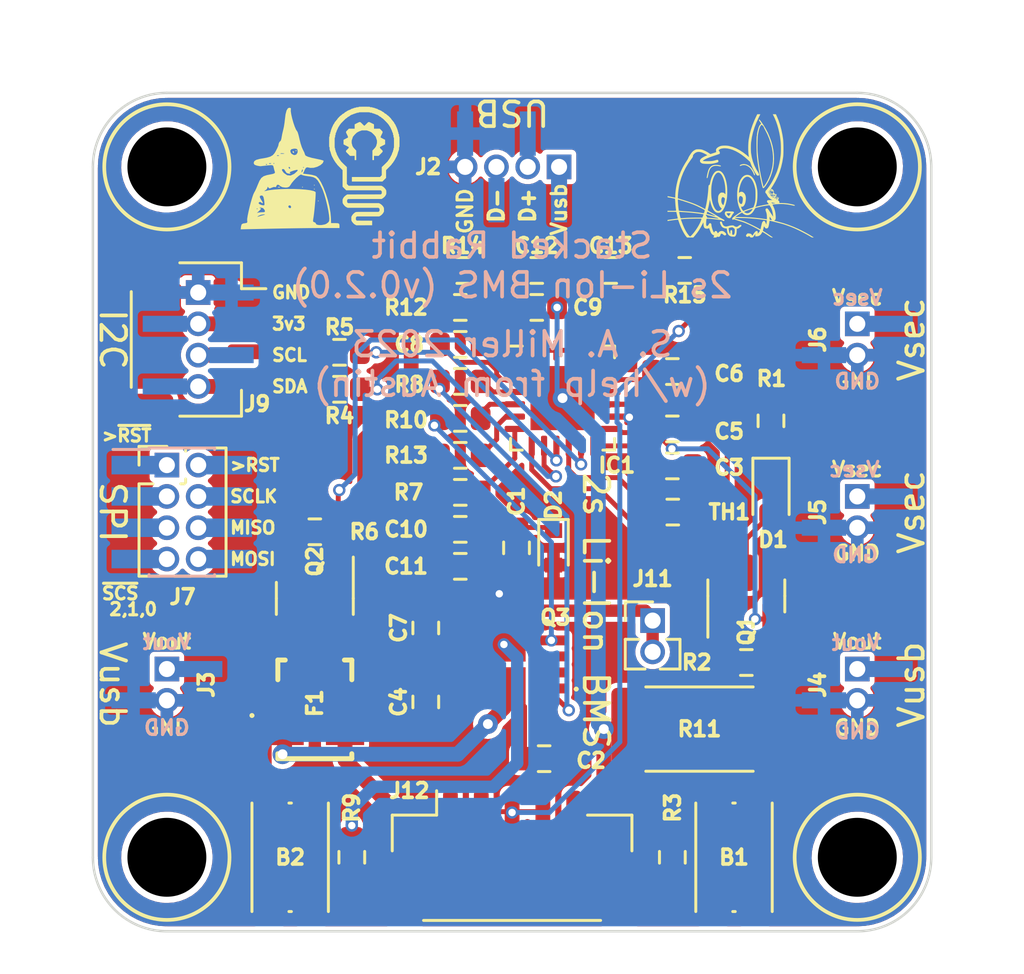
<source format=kicad_pcb>
(kicad_pcb (version 20211014) (generator pcbnew)
  (title_block (title "2s Li-Ion BMS") (rev "0.2.0") (company "The Nerd Mage / Austins Creations"))
  (layers (0 "F.Cu" signal) (31 "B.Cu" signal) (34 "B.Paste" user) (35 "F.Paste" user) (36 "B.SilkS" user "B.Silkscreen") (37 "F.SilkS" user "F.Silkscreen") (38 "B.Mask" user) (39 "F.Mask" user) (44 "Edge.Cuts" user))
  (net 0 "")
  (net 1 "UD+")
  (net 2 "UD-")
  (net 3 "GND")
  (net 8 "SDA")
  (net 9 "SCL")
  (net 10 "RESET")
  (net 11 "~{RESET}")
  (net 12 "~{SCS}2")
  (net 13 "SCLK")
  (net 14 "~{SCS}1")
  (net 15 "MISO")
  (net 16 "Vcc?")
  (net 17 "~{SCS}0")
  (net 18 "MOSI")
  (net 19 "Vusb")
  (net 20 "Net-(C10-Pad2)")
  (net 21 "/vbatt_fused")
  (net 22 "Net-(B2-Pad2)")
  (net 23 "VBUS")
  (net 24 "+BATT")
  (net 25 "Net-(D1-Pad1)")
  (net 26 "GNDREF")
  (net 27 "Net-(C4-Pad2)")
  (net 28 "+3.3VA")
  (net 29 "Net-(C2-Pad2)")
  (net 30 "/reg2")
  (net 36 "Net-(D1-Pad2)")
  (net 37 "Net-(Q3-Pad4)")
  (net 38 "cell3")
  (net 39 "Net-(F1-Pad2)")
  (net 40 "/pckp")
  (net 41 "/in")
  (net 42 "/cp")
  (net 43 "/chg")
  (net 44 "/dis")
  (net 45 "/zvc")
  (net 46 "/aoldo")
  (net 47 "/alrt_")
  (net 48 "/scl_")
  (net 49 "/sda_")
  (net 50 "/th1")
  (net 51 "/pfail")
  (net 52 "/alrt")
  (net 53 "batts")
  (net 54 "cell")
  (footprint "Tinker:Mount" (layer "F.Cu") (at 114 114)
    (fp_text reference "REF**" hide)
    (fp_text value "Mount" hide)
  )
  (footprint "Resistor_SMD:R_0603_1608Metric" (layer "F.Cu") (at 110.5 96.3 90)
    (fp_text reference "R1")
    (fp_text value "10k")
  )
  (footprint "Resistor_SMD:R_0603_1608Metric" (layer "F.Cu") (at 106.5 114 90)
    (fp_text reference "R3")
    (fp_text value "150r")
  )
  (footprint "Resistor_SMD:R_0603_1608Metric" (layer "F.Cu") (at 97.9 91.7)
    (fp_text reference "R12")
    (fp_text value "10r")
  )
  (footprint "Resistor_SMD:R_0603_1608Metric" (layer "F.Cu") (at 97.9 93.2 180)
    (fp_text reference "C8")
    (fp_text value "470nF")
  )
  (footprint "Tinker:QWIIC_Stack_II" (layer "F.Cu") (at 87.27 93 -90)
    (fp_text reference "J9")
    (fp_text value "QWIIC_Stack_II")
  )
  (footprint "Resistor_SMD:R_0603_1608Metric" (layer "F.Cu") (at 101 90.2)
    (fp_text reference "C12")
    (fp_text value "10nF")
  )
  (footprint "Resistor_SMD:R_0603_1608Metric" (layer "F.Cu") (at 106.517549 100)
    (fp_text reference "TH1")
    (fp_text value "Thermistor_NTC")
  )
  (footprint "Resistor_SMD:R_0603_1608Metric" (layer "F.Cu") (at 96.5 104.7 90)
    (fp_text reference "C7")
    (fp_text value "100nF")
  )
  (footprint "Resistor_SMD:R_2512_6332Metric" (layer "F.Cu") (at 107.6 108.8)
    (fp_text reference "R11")
    (fp_text value "5mR")
  )
  (footprint "Tinker:PinHeader_2x04_P1.27mm_Vertical" (layer "F.Cu") (at 86 98.095)
    (fp_text reference "J7")
    (fp_text value "Conn_01x08_Male" hide)
  )
  (footprint "Resistor_SMD:R_0603_1608Metric" (layer "F.Cu") (at 97.9 100.7)
    (fp_text reference "C10")
    (fp_text value "100nF")
  )
  (footprint "Connector_JST:JST_GH_SM05B-GHS-TB_1x05-1MP_P1.25mm_Horizontal" (layer "F.Cu") (at 100 114)
    (fp_text reference "J12")
    (fp_text value "Conn_01x05_MountingPin")
  )
  (footprint "Tinker:Mount" (layer "F.Cu") (at 86 114)
    (fp_text reference "REF**" hide)
    (fp_text value "Mount" hide)
  )
  (footprint "Tinker:DagNabbit" (layer "F.Cu") (at 109 87)
    (fp_text reference "REF**" hide)
    (fp_text value "DagNabbit" hide)
  )
  (footprint "Resistor_SMD:R_0603_1608Metric" (layer "F.Cu") (at 93 95.02)
    (fp_text reference "R4")
    (fp_text value "150r")
  )
  (footprint "Resistor_SMD:R_0603_1608Metric" (layer "F.Cu") (at 93 93.52 180)
    (fp_text reference "R5")
    (fp_text value "150r")
  )
  (footprint "Diode_SMD:D_SOD-523" (layer "F.Cu") (at 101.680183 101.450511 -90)
    (fp_text reference "D2")
    (fp_text value "RB520SM-30T2R")
  )
  (footprint "Tinker:SISF06DNT1GE3" (layer "F.Cu") (at 100.251744 106.178521 180)
    (fp_text reference "Q3")
    (fp_text value "SiSF06DN" hide)
  )
  (footprint "Package_TO_SOT_SMD:SOT-23" (layer "F.Cu") (at 92 103.5 -90)
    (fp_text reference "Q2")
    (fp_text value "AO3400")
  )
  (footprint "Tinker:Board_Stacker_2" (layer "F.Cu") (at 114 106.365)
    (fp_text reference "J4")
    (fp_text value "Conn_01x02_Male")
  )
  (footprint "Tinker:Mount" (layer "F.Cu") (at 114 86)
    (fp_text reference "REF**" hide)
    (fp_text value "Mount" hide)
  )
  (footprint "Resistor_SMD:R_0603_1608Metric" (layer "F.Cu") (at 109.5 106.1 180)
    (fp_text reference "R2")
    (fp_text value "10k")
  )
  (footprint "Resistor_SMD:R_0603_1608Metric" (layer "F.Cu") (at 97.9 96.2 180)
    (fp_text reference "R10")
    (fp_text value "100r")
  )
  (footprint "Resistor_SMD:R_0603_1608Metric" (layer "F.Cu") (at 106.5 94.3)
    (fp_text reference "C6")
    (fp_text value "470nF")
  )
  (footprint "LED_SMD:LED_0603_1608Metric" (layer "F.Cu") (at 110.5 99.3 -90)
    (fp_text reference "D1")
    (fp_text value "red")
  )
  (footprint "Package_TO_SOT_SMD:SOT-23" (layer "F.Cu") (at 109.5 103.4 90)
    (fp_text reference "Q1")
    (fp_text value "AO3401A")
  )
  (footprint "Tinker:Board_Stacker_4" (layer "F.Cu") (at 101.905 86 -90)
    (fp_text reference "J2")
    (fp_text value "Conn_01x04_Male")
  )
  (footprint "Resistor_SMD:R_0603_1608Metric" (layer "F.Cu") (at 107 90.2)
    (fp_text reference "R15")
    (fp_text value "49.9r")
  )
  (footprint "Tinker:Board_Stacker_2" (layer "F.Cu") (at 86 106.365)
    (fp_text reference "J3")
    (fp_text value "Conn_01x02_Male")
  )
  (footprint "Resistor_SMD:R_0603_1608Metric" (layer "F.Cu") (at 92 100.8 180)
    (fp_text reference "R6")
    (fp_text value "10k")
  )
  (footprint "Resistor_SMD:R_0603_1608Metric" (layer "F.Cu") (at 106.5 96.627756)
    (fp_text reference "C5")
    (fp_text value "470nF")
  )
  (footprint "Tinker:SW_Push_TS273014TP" (layer "F.Cu") (at 91 114 90)
    (fp_text reference "B2")
    (fp_text value "button" hide)
  )
  (footprint "Resistor_SMD:R_0603_1608Metric" (layer "F.Cu") (at 97.9 94.7 180)
    (fp_text reference "R8")
    (fp_text value "100r")
  )
  (footprint "Tinker:Board_Stacker_2" (layer "F.Cu") (at 114 92.365)
    (fp_text reference "J6")
    (fp_text value "Conn_01x02_Male")
  )
  (footprint "Resistor_SMD:R_0603_1608Metric" (layer "F.Cu") (at 104 90.2)
    (fp_text reference "C13")
    (fp_text value "10nF")
  )
  (footprint "Resistor_SMD:R_0603_1608Metric" (layer "F.Cu") (at 106.5 98.127756)
    (fp_text reference "C3")
    (fp_text value "470nF")
  )
  (footprint "Resistor_SMD:R_0603_1608Metric" (layer "F.Cu") (at 97.9 102.2 180)
    (fp_text reference "C11")
    (fp_text value "100nF")
  )
  (footprint "Tinker:Board_Stacker_2" (layer "F.Cu") (at 114 99.365)
    (fp_text reference "J5")
    (fp_text value "Conn_01x02_Male")
  )
  (footprint "Tinker:Mount" (layer "F.Cu") (at 86 86)
    (fp_text reference "REF**" hide)
    (fp_text value "Mount" hide)
  )
  (footprint "Tinker:NerdMage" (layer "F.Cu") (at 91 86)
    (fp_text reference "G***" hide)
    (fp_text value "LOGO" hide)
  )
  (footprint "Tinker:SW_Push_TS273014TP" (layer "F.Cu") (at 109 114 90)
    (fp_text reference "B1")
    (fp_text value "button" hide)
  )
  (footprint "Tinker:AC_Logo" (layer "F.Cu") (at 94 86)
    (fp_text reference "G***" hide)
    (fp_text value "LOGO" hide)
  )
  (footprint "Resistor_SMD:R_0603_1608Metric" (layer "F.Cu") (at 96.5 107.7 90)
    (fp_text reference "C4")
    (fp_text value "100nF")
  )
  (footprint "Resistor_SMD:R_0603_1608Metric" (layer "F.Cu") (at 101.3 110)
    (fp_text reference "C2")
    (fp_text value "100nF")
  )
  (footprint "Resistor_SMD:R_0603_1608Metric" (layer "F.Cu") (at 97.9 99.2)
    (fp_text reference "R7")
    (fp_text value "1k")
  )
  (footprint "Resistor_SMD:R_0603_1608Metric" (layer "F.Cu") (at 100.180183 101.450511 90)
    (fp_text reference "C1")
    (fp_text value "10nF")
  )
  (footprint "Package_DFN_QFN:QFN-24-1EP_4x4mm_P0.5mm_EP2.6x2.6mm" (layer "F.Cu") (at 102.047361 95.377756)
    (fp_text reference "IC1")
    (fp_text value "MAX17320")
  )
  (footprint "Resistor_SMD:R_0603_1608Metric" (layer "F.Cu") (at 93.5 114 -90)
    (fp_text reference "R9")
    (fp_text value "1k")
  )
  (footprint "Resistor_SMD:R_0603_1608Metric" (layer "F.Cu") (at 101 91.7)
    (fp_text reference "C9")
    (fp_text value "100nF")
  )
  (footprint "Resistor_SMD:R_0603_1608Metric" (layer "F.Cu") (at 97.9 97.7 180)
    (fp_text reference "R13")
    (fp_text value "1k")
  )
  (footprint "Resistor_SMD:R_0603_1608Metric" (layer "F.Cu") (at 98 90.2)
    (fp_text reference "R14")
    (fp_text value "49.9r")
  )
  (footprint "Connector_PinHeader_1.27mm:PinHeader_1x02_P1.27mm_Vertical" (layer "F.Cu") (at 105.7 104.4)
    (fp_text reference "J11")
    (fp_text value "Conn_01x02")
  )
  (footprint "Tinker:SCF40301204" (layer "F.Cu") (at 92 108 -90)
    (fp_text reference "F1")
    (fp_text value "SCF4030" hide)
  )
  (gr_line (start 117 86) (end 117 114) (layer "Edge.Cuts") (width 0.1))
  (gr_arc (start 86 117) (mid 83.87868 116.12132) (end 83 114) (layer "Edge.Cuts") (width 0.1))
  (gr_arc (start 83 86) (mid 83.87868 83.87868) (end 86 83) (layer "Edge.Cuts") (width 0.1))
  (gr_line (start 86 83) (end 114 83) (layer "Edge.Cuts") (width 0.1))
  (gr_line (start 83 114) (end 83 86) (layer "Edge.Cuts") (width 0.1))
  (gr_arc (start 114 83) (mid 116.12132 83.87868) (end 117 86) (layer "Edge.Cuts") (width 0.1))
  (gr_line (start 86 117) (end 114 117) (layer "Edge.Cuts") (width 0.1))
  (gr_arc (start 117 114) (mid 116.12132 116.12132) (end 114 117) (layer "Edge.Cuts") (width 0.1))
  (gr_text "Stacked Rabbit\n${TITLE} (v${REVISION})" (at 100 90) (layer "B.SilkS") (effects (font (size 1 1)) (justify mirror)))
  (gr_text "GND" (at 113.911636 101.744492) (layer "B.SilkS") (effects (font (size 0.6 0.6) (thickness 0.125)) (justify mirror)))
  (gr_text "GND" (at 85.995908 108.747728) (layer "B.SilkS") (effects (font (size 0.6 0.6) (thickness 0.125)) (justify mirror)))
  (gr_text "Vout" (at 113.950572 105.303488) (layer "B.SilkS") (effects (font (size 0.6 0.6) (thickness 0.125)) (justify mirror)))
  (gr_text "GND" (at 114 94.7) (layer "B.SilkS") (effects (font (size 0.6 0.6) (thickness 0.125)) (justify mirror)))
  (gr_text "Vsec" (at 113.872799 98.268635) (layer "B.SilkS") (effects (font (size 0.6 0.6) (thickness 0.125)) (justify mirror)))
  (gr_text "Vsec" (at 114 91.3) (layer "B.SilkS") (effects (font (size 0.6 0.6) (thickness 0.125)) (justify mirror)))
  (gr_text "GND" (at 113.997176 108.89197) (layer "B.SilkS") (effects (font (size 0.6 0.6) (thickness 0.125)) (justify mirror)))
  (gr_text "S. A. Miller 2023\n(w/help from Austin)" (at 100 94) (layer "B.SilkS") (effects (font (size 1 1)) (justify mirror)))
  (gr_text "Vout" (at 86.009393 105.268635) (layer "B.SilkS") (effects (font (size 0.6 0.6) (thickness 0.125)) (justify mirror)))
  (gr_text "SDA" (at 90.2 94.905) (layer "F.SilkS") (effects (font (size 0.5 0.5) (thickness 0.125)) (justify left)))
  (gr_text "Vsec" (at 116.2 100 90) (layer "F.SilkS") (effects (font (size 1 1))))
  (gr_text "2,1,0" (at 83.6 103.94) (layer "F.SilkS") (effects (font (size 0.5 0.5) (thickness 0.125)) (justify left)))
  (gr_text "3v3" (at 90.2 92.365) (layer "F.SilkS") (effects (font (size 0.5 0.5) (thickness 0.125)) (justify left)))
  (gr_text "Vout" (at 114 105.245) (layer "F.SilkS") (effects (font (size 0.6 0.6) (thickness 0.125))))
  (gr_text "~{SCS}" (at 83.3 103.3) (layer "F.SilkS") (effects (font (size 0.5 0.5) (thickness 0.125)) (justify left)))
  (gr_text "GND" (at 114 94.7) (layer "F.SilkS") (effects (font (size 0.6 0.6) (thickness 0.125))))
  (gr_text "GND" (at 90.2 91.095) (layer "F.SilkS") (effects (font (size 0.5 0.5) (thickness 0.125)) (justify left)))
  (gr_text "D-" (at 99.365 86.8 90) (layer "F.SilkS") (effects (font (size 0.6 0.6)) (justify right)))
  (gr_text ">~{RST}" (at 83.3 96.9) (layer "F.SilkS") (effects (font (size 0.5 0.5) (thickness 0.125)) (justify left)))
  (gr_text "D+" (at 100.635 86.8 90) (layer "F.SilkS") (effects (font (size 0.6 0.6)) (justify right)))
  (gr_text "GND" (at 114 101.665) (layer "F.SilkS") (effects (font (size 0.6 0.6) (thickness 0.125))))
  (gr_text "Vsec" (at 116.2 93 90) (layer "F.SilkS") (effects (font (size 1 1))))
  (gr_text "USB" (at 100 83.8 180) (layer "F.SilkS") (effects (font (size 1 1))))
  (gr_text "SCLK" (at 88.5 99.365) (layer "F.SilkS") (effects (font (size 0.5 0.5) (thickness 0.125)) (justify left)))
  (gr_text ">RST" (at 88.5 98.095) (layer "F.SilkS") (effects (font (size 0.5 0.5) (thickness 0.125)) (justify left)))
  (gr_text "SPI" (at 83.8 100 -90) (layer "F.SilkS") (effects (font (size 1 1))))
  (gr_text "Vusb" (at 116.2 107 90) (layer "F.SilkS") (effects (font (size 1 1))))
  (gr_text "GND" (at 98.095 86.8 90) (layer "F.SilkS") (effects (font (size 0.6 0.6) (thickness 0.125)) (justify right)))
  (gr_text "SCL" (at 90.2 93.635) (layer "F.SilkS") (effects (font (size 0.5 0.5) (thickness 0.125)) (justify left)))
  (gr_text "GND" (at 114 108.745) (layer "F.SilkS") (effects (font (size 0.6 0.6) (thickness 0.125))))
  (gr_text "I2C" (at 83.8 93 -90) (layer "F.SilkS") (effects (font (size 1 1))))
  (gr_text "MISO" (at 88.5 100.635) (layer "F.SilkS") (effects (font (size 0.5 0.5) (thickness 0.125)) (justify left)))
  (gr_text "MOSI" (at 88.5 101.905) (layer "F.SilkS") (effects (font (size 0.5 0.5) (thickness 0.125)) (justify left)))
  (gr_text "GND" (at 86 108.745) (layer "F.SilkS") (effects (font (size 0.6 0.6) (thickness 0.125))))
  (gr_text "Vusb" (at 101.905 86.6 90) (layer "F.SilkS") (effects (font (size 0.6 0.6) (thickness 0.125)) (justify right)))
  (gr_text "${TITLE}" (at 103.4 104 270) (layer "F.SilkS") (effects (font (size 1 1))))
  (gr_text "Vusb" (at 83.8 107 -90) (layer "F.SilkS") (effects (font (size 1 1))))
  (gr_text "Vsec" (at 114 98.265) (layer "F.SilkS") (effects (font (size 0.6 0.6) (thickness 0.125))))
  (gr_text "Vout" (at 86 105.245) (layer "F.SilkS") (effects (font (size 0.6 0.6) (thickness 0.125))))
  (gr_text "Vsec" (at 114 91.3) (layer "F.SilkS") (effects (font (size 0.6 0.6) (thickness 0.125))))
  (via (at 104.755369 96.153423) (size 0.5) (drill 0.3) (layers "F.Cu" "B.Cu") (net 3))
  (via (at 99.481009 103.313554) (size 0.5) (drill 0.3) (layers "F.Cu" "B.Cu") (net 3))
  (segment (start 92.06 93.635) (end 92.175 93.52) (width 0.2) (layer "F.Cu") (net 8))
  (segment (start 87.27 93.635) (end 92.06 93.635) (width 0.2) (layer "F.Cu") (net 8))
  (segment (start 92.06 94.905) (end 92.175 95.02) (width 0.2) (layer "F.Cu") (net 9))
  (segment (start 87.27 94.905) (end 92.06 94.905) (width 0.2) (layer "F.Cu") (net 9))
  (segment (start 98.725 100.7) (end 98.725 102.2) (width 0.2) (layer "F.Cu") (net 20))
  (segment (start 96.5 108.525) (end 98.036479 106.988521) (width 0.2) (layer "F.Cu") (net 21))
  (segment (start 90.15 115.85) (end 90.15 112.15) (width 0.2) (layer "F.Cu") (net 21))
  (segment (start 99.668744 107.946821) (end 99.668744 106.988521) (width 0.6) (layer "F.Cu") (net 21))
  (segment (start 90.690198 109.820778) (end 90.775 109.735976) (width 0.6) (layer "F.Cu") (net 21))
  (segment (start 100.505744 107.890521) (end 100.505744 110.013618) (width 0.2) (layer "F.Cu") (net 21))
  (segment (start 90.775 109.735976) (end 90.775 108.25) (width 0.6) (layer "F.Cu") (net 21))
  (segment (start 90.15 112.15) (end 90.15 108.875) (width 0.2) (layer "F.Cu") (net 21))
  (segment (start 98.036479 106.988521) (end 99.668744 106.988521) (width 0.2) (layer "F.Cu") (net 21))
  (segment (start 100.398744 107.783521) (end 100.505744 107.890521) (width 0.2) (layer "F.Cu") (net 21))
  (segment (start 99.019244 108.596321) (end 99.668744 107.946821) (width 0.6) (layer "F.Cu") (net 21))
  (segment (start 90.15 108.875) (end 90.775 108.25) (width 0.2) (layer "F.Cu") (net 21))
  (via (at 90.690198 109.820778) (size 0.8) (drill 0.4) (layers "F.Cu" "B.Cu") (net 21))
  (via (at 99.019244 108.596321) (size 0.8) (drill 0.4) (layers "F.Cu" "B.Cu") (net 21))
  (segment (start 99.019244 108.596321) (end 97.794787 109.820778) (width 0.6) (layer "B.Cu") (net 21))
  (segment (start 97.794787 109.820778) (end 90.690198 109.820778) (width 0.6) (layer "B.Cu") (net 21))
  (segment (start 91.85 112.15) (end 91.85 115.85) (width 0.2) (layer "F.Cu") (net 22))
  (segment (start 92.475 115.85) (end 91.85 115.85) (width 0.2) (layer "F.Cu") (net 22))
  (segment (start 93.5 114.825) (end 92.475 115.85) (width 0.2) (layer "F.Cu") (net 22))
  (segment (start 105.7 104.3) (end 105.7 105.57) (width 0.5) (layer "F.Cu") (net 23))
  (segment (start 100.202177 104) (end 105.4 104) (width 0.5) (layer "F.Cu") (net 23))
  (segment (start 99.668744 104.533433) (end 100.202177 104) (width 0.5) (layer "F.Cu") (net 23))
  (segment (start 96.5 103.875) (end 95.699884 103.074884) (width 0.5) (layer "F.Cu") (net 23))
  (segment (start 95.699884 103.074884) (end 95.699884 101.561723) (width 0.5) (layer "F.Cu") (net 23))
  (segment (start 96.5 103.875) (end 97.993521 105.368521) (width 0.5) (layer "F.Cu") (net 23))
  (segment (start 97.075 99.2) (end 97.075 100.7) (width 0.5) (layer "F.Cu") (net 23))
  (segment (start 105.4 104) (end 105.7 104.3) (width 0.5) (layer "F.Cu") (net 23))
  (segment (start 97.993521 105.368521) (end 99.668744 105.368521) (width 0.5) (layer "F.Cu") (net 23))
  (segment (start 96.561607 100.7) (end 97.075 100.7) (width 0.5) (layer "F.Cu") (net 23))
  (segment (start 95.699884 101.561723) (end 96.561607 100.7) (width 0.5) (layer "F.Cu") (net 23))
  (segment (start 99.668744 105.368521) (end 99.668744 104.533433) (width 0.5) (layer "F.Cu") (net 23))
  (segment (start 97.075 97.7) (end 97.075 99.2) (width 0.5) (layer "F.Cu") (net 23))
  (via (at 93.5 112.712474) (size 0.5) (drill 0.3) (layers "F.Cu" "B.Cu") (net 23))
  (via (at 99.668744 105.368521) (size 0.5) (drill 0.3) (layers "F.Cu" "B.Cu") (net 23))
  (segment (start 93.5 112.03102) (end 93.5 112.712474) (width 0.5) (layer "B.Cu") (net 23))
  (segment (start 99.668744 105.369616) (end 100.206957 105.907829) (width 0.5) (layer "B.Cu") (net 23))
  (segment (start 99.668744 105.368521) (end 99.668744 105.369616) (width 0.5) (layer "B.Cu") (net 23))
  (segment (start 99.244576 111.140443) (end 94.390577 111.140443) (width 0.5) (layer "B.Cu") (net 23))
  (segment (start 94.390577 111.140443) (end 93.5 112.03102) (width 0.5) (layer "B.Cu") (net 23))
  (segment (start 100.206957 105.907829) (end 100.206957 110.178062) (width 0.5) (layer "B.Cu") (net 23))
  (segment (start 100.206957 110.178062) (end 99.244576 111.140443) (width 0.5) (layer "B.Cu") (net 23))
  (segment (start 97.075 91.7) (end 97.075 90.3) (width 0.6) (layer "F.Cu") (net 24))
  (segment (start 96.636838 91.7) (end 97.075 91.7) (width 0.6) (layer "F.Cu") (net 24))
  (segment (start 95.314818 112.15) (end 93.225 110.060182) (width 0.6) (layer "F.Cu") (net 24))
  (segment (start 94.023184 97.033609) (end 95.907616 95.149177) (width 0.6) (layer "F.Cu") (net 24))
  (segment (start 95.907616 92.429222) (end 96.636838 91.7) (width 0.6) (layer "F.Cu") (net 24))
  (segment (start 95.907616 95.149177) (end 95.907616 92.429222) (width 0.6) (layer "F.Cu") (net 24))
  (segment (start 97.075 90.3) (end 97.175 90.2) (width 0.6) (layer "F.Cu") (net 24))
  (segment (start 93.225 108.25) (end 94.023184 107.451816) (width 0.6) (layer "F.Cu") (net 24))
  (segment (start 97.5 112.15) (end 95.314818 112.15) (width 0.6) (layer "F.Cu") (net 24))
  (segment (start 94.023184 107.451816) (end 94.023184 97.033609) (width 0.6) (layer "F.Cu") (net 24))
  (segment (start 93.225 108.25) (end 93.225 110.060182) (width 0.6) (layer "F.Cu") (net 24))
  (segment (start 110.5 98.5125) (end 110.5 97.125) (width 0.2) (layer "F.Cu") (net 25))
  (segment (start 107.325 96.627756) (end 106.325 95.627756) (width 0.2) (layer "F.Cu") (net 26))
  (segment (start 103.937913 95.674704) (end 103.984861 95.627756) (width 0.2) (layer "F.Cu") (net 26))
  (segment (start 105.997244 95.627756) (end 107.325 94.3) (width 0.2) (layer "F.Cu") (net 26))
  (segment (start 107.946717 96.627756) (end 107.325 96.627756) (width 0.2) (layer "F.Cu") (net 26))
  (segment (start 103.72 108.8) (end 103.72 110.93) (width 0.6) (layer "F.Cu") (net 26))
  (segment (start 107.342549 100) (end 107.869671 100) (width 0.2) (layer "F.Cu") (net 26))
  (segment (start 104.825 90.898691) (end 102.797361 92.92633) (width 0.2) (layer "F.Cu") (net 26))
  (segment (start 103.72 108.8) (end 104.6375 108.8) (width 0.6) (layer "F.Cu") (net 26))
  (segment (start 102.797361 94.627756) (end 102.047361 95.377756) (width 0.2) (layer "F.Cu") (net 26))
  (segment (start 108.725095 99.144576) (end 108.725095 97.406134) (width 0.2) (layer "F.Cu") (net 26))
  (segment (start 106.325 95.627756) (end 105.260545 95.627756) (width 0.2) (layer "F.Cu") (net 26))
  (segment (start 102.797361 93.440256) (end 102.797361 94.627756) (width 0.2) (layer "F.Cu") (net 26))
  (segment (start 105.725846 95.627756) (end 106.325 95.627756) (width 0.2) (layer "F.Cu") (net 26))
  (segment (start 103.984861 95.627756) (end 105.997244 95.627756) (width 0.2) (layer "F.Cu") (net 26))
  (segment (start 108.725095 97.406134) (end 107.946717 96.627756) (width 0.2) (layer "F.Cu") (net 26))
  (segment (start 103.72 110.93) (end 102.5 112.15) (width 0.6) (layer "F.Cu") (net 26))
  (segment (start 102.79118 95.377756) (end 103.088128 95.674704) (width 0.2) (layer "F.Cu") (net 26))
  (segment (start 107.869671 100) (end 108.725095 99.144576) (width 0.2) (layer "F.Cu") (net 26))
  (segment (start 103.088128 95.674704) (end 103.937913 95.674704) (width 0.2) (layer "F.Cu") (net 26))
  (segment (start 105.260545 95.627756) (end 105.725846 95.627756) (width 0.2) (layer "F.Cu") (net 26))
  (segment (start 102.797361 93.440256) (end 102.797361 92.92633) (width 0.2) (layer "F.Cu") (net 26))
  (segment (start 104.825 90.2) (end 104.825 90.898691) (width 0.2) (layer "F.Cu") (net 26))
  (segment (start 102.047361 95.377756) (end 102.79118 95.377756) (width 0.2) (layer "F.Cu") (net 26))
  (segment (start 103.984861 95.627756) (end 105.260545 95.627756) (width 0.2) (layer "F.Cu") (net 26))
  (via (at 103.72 108.8) (size 0.8) (drill 0.4) (layers "F.Cu" "B.Cu") (net 26))
  (via (at 102.047361 95.377756) (size 0.8) (drill 0.4) (layers "F.Cu" "B.Cu") (net 26))
  (via (at 101.825 91.7) (size 0.5) (drill 0.3) (layers "F.Cu" "B.Cu") (net 26))
  (segment (start 102.047361 95.377756) (end 103.497361 96.827755) (width 0.6) (layer "B.Cu") (net 26))
  (segment (start 103.497361 108.577361) (end 103.72 108.8) (width 0.6) (layer "B.Cu") (net 26))
  (segment (start 101.825 91.7) (end 101.825 95.155395) (width 0.2) (layer "B.Cu") (net 26))
  (segment (start 103.497361 96.827755) (end 103.497361 108.577361) (width 0.6) (layer "B.Cu") (net 26))
  (segment (start 101.825 95.155395) (end 102.047361 95.377756) (width 0.2) (layer "B.Cu") (net 26))
  (segment (start 96.5 105.525) (end 96.5 106.875) (width 0.2) (layer "F.Cu") (net 27))
  (segment (start 104.458971 96.775954) (end 105.526802 96.775954) (width 0.2) (layer "F.Cu") (net 28))
  (segment (start 110.45 104.3375) (end 109.853185 104.3375) (width 0.2) (layer "F.Cu") (net 28))
  (segment (start 103.984861 96.627756) (end 104.310773 96.627756) (width 0.2) (layer "F.Cu") (net 28))
  (segment (start 104.310773 96.627756) (end 104.458971 96.775954) (width 0.2) (layer "F.Cu") (net 28))
  (segment (start 110.325 104.4625) (end 110.45 104.3375) (width 0.2) (layer "F.Cu") (net 28))
  (segment (start 105.526802 96.775954) (end 105.675 96.627756) (width 0.2) (layer "F.Cu") (net 28))
  (segment (start 110.325 106.1) (end 110.325 104.4625) (width 0.2) (layer "F.Cu") (net 28))
  (segment (start 106.482711 97.435467) (end 105.675 96.627756) (width 0.2) (layer "F.Cu") (net 28))
  (via (at 106.482711 97.435467) (size 0.5) (drill 0.3) (layers "F.Cu" "B.Cu") (net 28))
  (via (at 109.853185 104.3375) (size 0.5) (drill 0.3) (layers "F.Cu" "B.Cu") (net 28))
  (segment (start 107.935772 97.435467) (end 106.482711 97.435467) (width 0.2) (layer "B.Cu") (net 28))
  (segment (start 109.853185 99.35288) (end 107.935772 97.435467) (width 0.2) (layer "B.Cu") (net 28))
  (segment (start 109.853185 104.3375) (end 109.853185 99.35288) (width 0.2) (layer "B.Cu") (net 28))
  (segment (start 101.516949 107.076726) (end 101.593744 107.153521) (width 0.2) (layer "F.Cu") (net 29))
  (segment (start 102.155744 110.013618) (end 101.342 109.199874) (width 0.2) (layer "F.Cu") (net 29))
  (segment (start 101.342 107.076726) (end 101.516949 107.076726) (width 0.2) (layer "F.Cu") (net 29))
  (segment (start 102.300129 108.034855) (end 101.342 107.076726) (width 0.2) (layer "F.Cu") (net 29))
  (segment (start 101.342 109.199874) (end 101.342 107.076726) (width 0.2) (layer "F.Cu") (net 29))
  (via (at 97.050775 95.007013) (size 0.5) (drill 0.3) (layers "F.Cu" "B.Cu") (net 29))
  (via (at 102.300129 108.034855) (size 0.5) (drill 0.3) (layers "F.Cu" "B.Cu") (net 29))
  (segment (start 102.223488 100.179727) (end 97.050775 95.007013) (width 0.2) (layer "B.Cu") (net 29))
  (segment (start 102.223488 107.958214) (end 102.223488 100.179727) (width 0.2) (layer "B.Cu") (net 29))
  (segment (start 102.300129 108.034855) (end 102.223488 107.958214) (width 0.2) (layer "B.Cu") (net 29))
  (segment (start 105.347244 94.627756) (end 105.675 94.3) (width 0.2) (layer "F.Cu") (net 30))
  (segment (start 103.984861 94.627756) (end 105.347244 94.627756) (width 0.2) (layer "F.Cu") (net 30))
  (segment (start 109.5 101.0875) (end 110.5 100.0875) (width 0.2) (layer "F.Cu") (net 36))
  (segment (start 109.5 102.4625) (end 109.5 101.0875) (width 0.2) (layer "F.Cu") (net 36))
  (via (at 101.593744 105.203521) (size 0.5) (drill 0.3) (layers "F.Cu" "B.Cu") (net 37))
  (via (at 96.848683 96.482284) (size 0.5) (drill 0.3) (layers "F.Cu" "B.Cu") (net 37))
  (segment (start 101.593744 105.203521) (end 101.593744 101.227345) (width 0.2) (layer "B.Cu") (net 37))
  (segment (start 101.593744 101.227345) (end 96.848683 96.482284) (width 0.2) (layer "B.Cu") (net 37))
  (segment (start 101.297361 93.440256) (end 102.297361 93.440256) (width 0.2) (layer "F.Cu") (net 38))
  (segment (start 103.175 90.2) (end 101.825 90.2) (width 0.2) (layer "F.Cu") (net 38))
  (segment (start 102.297361 93.440256) (end 102.297361 92.931356) (width 0.2) (layer "F.Cu") (net 38))
  (segment (start 103.9 89.475) (end 103.175 90.2) (width 0.2) (layer "F.Cu") (net 38))
  (segment (start 106.175 90.2) (end 105.45 89.475) (width 0.2) (layer "F.Cu") (net 38))
  (segment (start 105.45 89.475) (end 103.9 89.475) (width 0.2) (layer "F.Cu") (net 38))
  (segment (start 103.175 92.053717) (end 103.175 90.2) (width 0.2) (layer "F.Cu") (net 38))
  (segment (start 102.297361 92.931356) (end 103.175 92.053717) (width 0.2) (layer "F.Cu") (net 38))
  (segment (start 92 106.1) (end 92 104.4375) (width 0.2) (layer "F.Cu") (net 39))
  (segment (start 100.109861 96.627756) (end 100.109861 97.815139) (width 0.2) (layer "F.Cu") (net 40))
  (segment (start 98.754672 99.2) (end 100.180183 100.625511) (width 0.2) (layer "F.Cu") (net 40))
  (segment (start 100.180183 100.625511) (end 101.555183 100.625511) (width 0.2) (layer "F.Cu") (net 40))
  (segment (start 100.109861 97.815139) (end 98.725 99.2) (width 0.2) (layer "F.Cu") (net 40))
  (segment (start 101.555183 100.625511) (end 101.680183 100.750511) (width 0.2) (layer "F.Cu") (net 40))
  (segment (start 98.725 99.2) (end 98.754672 99.2) (width 0.2) (layer "F.Cu") (net 40))
  (segment (start 98.725 91.7) (end 100.175 91.7) (width 0.2) (layer "F.Cu") (net 41))
  (segment (start 98.725 93.127756) (end 99.109861 93.127756) (width 0.2) (layer "F.Cu") (net 41))
  (segment (start 100.109861 91.765139) (end 100.175 91.7) (width 0.2) (layer "F.Cu") (net 41))
  (segment (start 100.109861 94.127756) (end 100.109861 91.765139) (width 0.2) (layer "F.Cu") (net 41))
  (segment (start 99.109861 93.127756) (end 100.109861 94.127756) (width 0.2) (layer "F.Cu") (net 41))
  (segment (start 99.063251 93.926855) (end 97.801855 93.926855) (width 0.2) (layer "F.Cu") (net 42))
  (segment (start 97.801855 93.926855) (end 97.075 93.2) (width 0.2) (layer "F.Cu") (net 42))
  (segment (start 99.570143 94.627756) (end 99.375 94.432613) (width 0.2) (layer "F.Cu") (net 42))
  (segment (start 100.109861 94.627756) (end 99.570143 94.627756) (width 0.2) (layer "F.Cu") (net 42))
  (segment (start 99.375 94.432613) (end 99.375 94.238604) (width 0.2) (layer "F.Cu") (net 42))
  (segment (start 99.375 94.238604) (end 99.063251 93.926855) (width 0.2) (layer "F.Cu") (net 42))
  (segment (start 100.109861 95.127756) (end 99.225 95.127756) (width 0.2) (layer "F.Cu") (net 43))
  (segment (start 99.225 95.127756) (end 98.725 94.627756) (width 0.2) (layer "F.Cu") (net 43))
  (segment (start 99.097244 95.627756) (end 98.725 96) (width 0.2) (layer "F.Cu") (net 44))
  (segment (start 100.109861 95.627756) (end 99.097244 95.627756) (width 0.2) (layer "F.Cu") (net 44))
  (segment (start 100.109861 96.127756) (end 99.755419 96.127756) (width 0.2) (layer "F.Cu") (net 45))
  (segment (start 99.375 97.05) (end 98.725 97.7) (width 0.2) (layer "F.Cu") (net 45))
  (segment (start 99.375 96.508175) (end 99.375 97.05) (width 0.2) (layer "F.Cu") (net 45))
  (segment (start 99.755419 96.127756) (end 99.375 96.508175) (width 0.2) (layer "F.Cu") (net 45))
  (segment (start 103.297361 97.315256) (end 104.943027 97.315256) (width 0.2) (layer "F.Cu") (net 46))
  (segment (start 104.943027 97.315256) (end 105.675 98.047229) (width 0.2) (layer "F.Cu") (net 46))
  (segment (start 105.675 98.047229) (end 105.675 98.127756) (width 0.2) (layer "F.Cu") (net 46))
  (segment (start 107.93856 103.468029) (end 103.5221 99.051569) (width 0.2) (layer "F.Cu") (net 47))
  (segment (start 101.570295 99.051569) (end 100.797361 98.278634) (width 0.2) (layer "F.Cu") (net 47))
  (segment (start 107.93856 109.851432) (end 107.93856 103.468029) (width 0.2) (layer "F.Cu") (net 47))
  (segment (start 103.5221 99.051569) (end 101.570295 99.051569) (width 0.2) (layer "F.Cu") (net 47))
  (segment (start 106.5 113.175) (end 106.5 111.289992) (width 0.2) (layer "F.Cu") (net 47))
  (segment (start 100.797361 98.278634) (end 100.797361 97.315256) (width 0.2) (layer "F.Cu") (net 47))
  (segment (start 106.5 111.289992) (end 107.93856 109.851432) (width 0.2) (layer "F.Cu") (net 47))
  (segment (start 101.589754 98.402358) (end 101.297361 98.109965) (width 0.2) (layer "F.Cu") (net 48))
  (segment (start 101.628192 98.402358) (end 101.589754 98.402358) (width 0.2) (layer "F.Cu") (net 48))
  (segment (start 94.532662 95.02) (end 93.825 95.02) (width 0.2) (layer "F.Cu") (net 48))
  (segment (start 101.777403 98.551569) (end 101.628192 98.402358) (width 0.2) (layer "F.Cu") (net 48))
  (segment (start 101.297361 98.109965) (end 101.297361 97.315256) (width 0.2) (layer "F.Cu") (net 48))
  (via (at 101.777403 98.551569) (size 0.5) (drill 0.3) (layers "F.Cu" "B.Cu") (net 48))
  (via (at 94.532662 95.02) (size 0.5) (drill 0.3) (layers "F.Cu" "B.Cu") (net 48))
  (segment (start 101.448431 98.551569) (end 101.777403 98.551569) (width 0.2) (layer "B.Cu") (net 48))
  (segment (start 94.532662 95.02) (end 94.532662 94.635211) (width 0.2) (layer "B.Cu") (net 48))
  (segment (start 94.532662 94.635211) (end 95.297873 93.87) (width 0.2) (layer "B.Cu") (net 48))
  (segment (start 96.766862 93.87) (end 101.448431 98.551569) (width 0.2) (layer "B.Cu") (net 48))
  (segment (start 95.297873 93.87) (end 96.766862 93.87) (width 0.2) (layer "B.Cu") (net 48))
  (segment (start 101.796861 97.902358) (end 101.797361 97.901858) (width 0.2) (layer "F.Cu") (net 49))
  (segment (start 101.797361 97.901858) (end 101.797361 97.315256) (width 0.2) (layer "F.Cu") (net 49))
  (segment (start 94.491216 93.52) (end 93.825 93.52) (width 0.2) (layer "F.Cu") (net 49))
  (via (at 94.491216 93.52) (size 0.5) (drill 0.3) (layers "F.Cu" "B.Cu") (net 49))
  (via (at 101.796861 97.902358) (size 0.5) (drill 0.3) (layers "F.Cu" "B.Cu") (net 49))
  (segment (start 97.414503 93.52) (end 101.796861 97.902358) (width 0.2) (layer "B.Cu") (net 49))
  (segment (start 94.491216 93.52) (end 97.414503 93.52) (width 0.2) (layer "B.Cu") (net 49))
  (segment (start 102.604264 98.601334) (end 104.293883 98.601334) (width 0.2) (layer "F.Cu") (net 50))
  (segment (start 104.293883 98.601334) (end 105.692549 100) (width 0.2) (layer "F.Cu") (net 50))
  (segment (start 102.297361 97.315256) (end 102.297361 98.294431) (width 0.2) (layer "F.Cu") (net 50))
  (segment (start 102.297361 98.294431) (end 102.604264 98.601334) (width 0.2) (layer "F.Cu") (net 50))
  (segment (start 102.797361 98.061689) (end 102.797361 97.315256) (width 0.2) (layer "F.Cu") (net 51))
  (segment (start 92.95 99.14818) (end 92.95 102.5625) (width 0.2) (layer "F.Cu") (net 51))
  (via (at 92.991277 99.106903) (size 0.5) (drill 0.3) (layers "F.Cu" "B.Cu") (net 51))
  (via (at 102.797361 98.061689) (size 0.5) (drill 0.3) (layers "F.Cu" "B.Cu") (net 51))
  (segment (start 93.635422 98.462758) (end 93.635422 93.652997) (width 0.2) (layer "B.Cu") (net 51))
  (segment (start 94.268419 93.02) (end 97.755672 93.02) (width 0.2) (layer "B.Cu") (net 51))
  (segment (start 97.755672 93.02) (end 102.797361 98.061689) (width 0.2) (layer "B.Cu") (net 51))
  (segment (start 93.635422 93.652997) (end 94.268419 93.02) (width 0.2) (layer "B.Cu") (net 51))
  (segment (start 92.991277 99.106903) (end 93.635422 98.462758) (width 0.2) (layer "B.Cu") (net 51))
  (segment (start 108.675 106.1) (end 108.690813 106.115813) (width 0.2) (layer "F.Cu") (net 52))
  (segment (start 108.675 106.1) (end 108.675 104.4625) (width 0.2) (layer "F.Cu") (net 52))
  (segment (start 106.5 114.825) (end 107.525 115.85) (width 0.2) (layer "F.Cu") (net 52))
  (segment (start 108.690813 106.115813) (end 108.690813 110.609187) (width 0.2) (layer "F.Cu") (net 52))
  (segment (start 108.15 111.15) (end 108.15 112.15) (width 0.2) (layer "F.Cu") (net 52))
  (segment (start 107.525 115.85) (end 108.15 115.85) (width 0.2) (layer "F.Cu") (net 52))
  (segment (start 108.15 112.15) (end 108.15 115.85) (width 0.2) (layer "F.Cu") (net 52))
  (segment (start 108.690813 110.609187) (end 108.15 111.15) (width 0.2) (layer "F.Cu") (net 52))
  (segment (start 108.675 104.4625) (end 108.55 104.3375) (width 0.2) (layer "F.Cu") (net 52))
  (segment (start 101.058564 92.622915) (end 101.058564 91.083564) (width 0.2) (layer "F.Cu") (net 53))
  (segment (start 100.797361 92.884118) (end 101.058564 92.622915) (width 0.2) (layer "F.Cu") (net 53))
  (segment (start 98.825 90.2) (end 100.175 90.2) (width 0.2) (layer "F.Cu") (net 53))
  (segment (start 101.058564 91.083564) (end 100.175 90.2) (width 0.2) (layer "F.Cu") (net 53))
  (segment (start 100.797361 93.440256) (end 100.797361 92.884118) (width 0.2) (layer "F.Cu") (net 53))
  (segment (start 98.75 112.15) (end 101.25 112.15) (width 0.2) (layer "F.Cu") (net 54))
  (segment (start 106.756738 92.657733) (end 107.825 91.589471) (width 0.2) (layer "F.Cu") (net 54))
  (segment (start 107.825 91.589471) (end 107.825 90.2) (width 0.2) (layer "F.Cu") (net 54))
  (via (at 106.756738 92.657733) (size 0.5) (drill 0.3) (layers "F.Cu" "B.Cu") (net 54))
  (via (at 100 112.18343) (size 0.5) (drill 0.3) (layers "F.Cu" "B.Cu") (net 54))
  (segment (start 101.511434 112.18343) (end 104.37 109.324863) (width 0.2) (layer "B.Cu") (net 54))
  (segment (start 104.37 96.475161) (end 104.255369 96.36053) (width 0.2) (layer "B.Cu") (net 54))
  (segment (start 100 112.18343) (end 101.511434 112.18343) (width 0.2) (layer "B.Cu") (net 54))
  (segment (start 104.37 109.324863) (end 104.37 96.475161) (width 0.2) (layer "B.Cu") (net 54))
  (segment (start 104.255369 96.36053) (end 104.255369 95.159102) (width 0.2) (layer "B.Cu") (net 54))
  (segment (start 104.255369 95.159102) (end 106.756738 92.657733) (width 0.2) (layer "B.Cu") (net 54))
  (zone (net 3) (net_name "GND") (layer "F.Cu") (connect_pads (clearance 0.2)) (min_thickness 0.2) (fill yes (thermal_gap 0.2) (thermal_bridge_width 0.508))
    (polygon (pts (xy 118.582229 117.809465) (xy 81.651499 117.809467) (xy 81.651498 82.584881) (xy 118.582228 82.584879)))
  )
  (zone (net 3) (net_name "GND") (layer "B.Cu") (connect_pads (clearance 0.2)) (min_thickness 0.2) (fill yes (thermal_gap 0.254) (thermal_bridge_width 0.508))
    (polygon (pts (xy 119.380001 118.507005) (xy 80.682697 118.507005) (xy 80.682697 82.09421) (xy 119.380001 82.09421)))
  )
)
</source>
